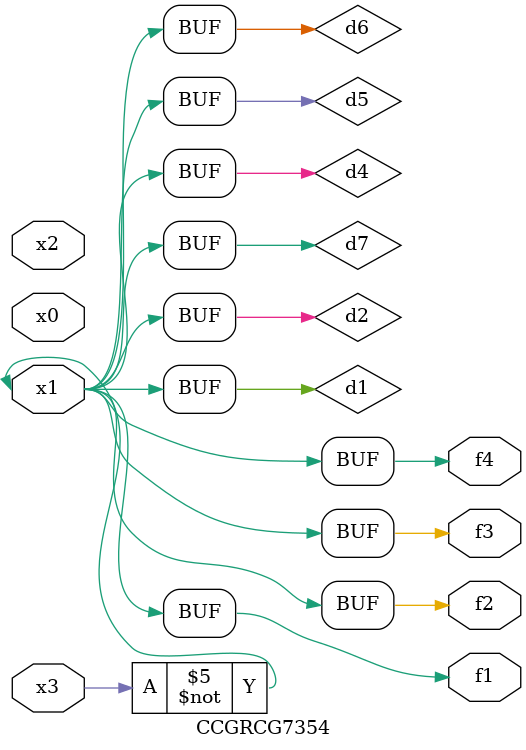
<source format=v>
module CCGRCG7354(
	input x0, x1, x2, x3,
	output f1, f2, f3, f4
);

	wire d1, d2, d3, d4, d5, d6, d7;

	not (d1, x3);
	buf (d2, x1);
	xnor (d3, d1, d2);
	nor (d4, d1);
	buf (d5, d1, d2);
	buf (d6, d4, d5);
	nand (d7, d4);
	assign f1 = d6;
	assign f2 = d7;
	assign f3 = d6;
	assign f4 = d6;
endmodule

</source>
